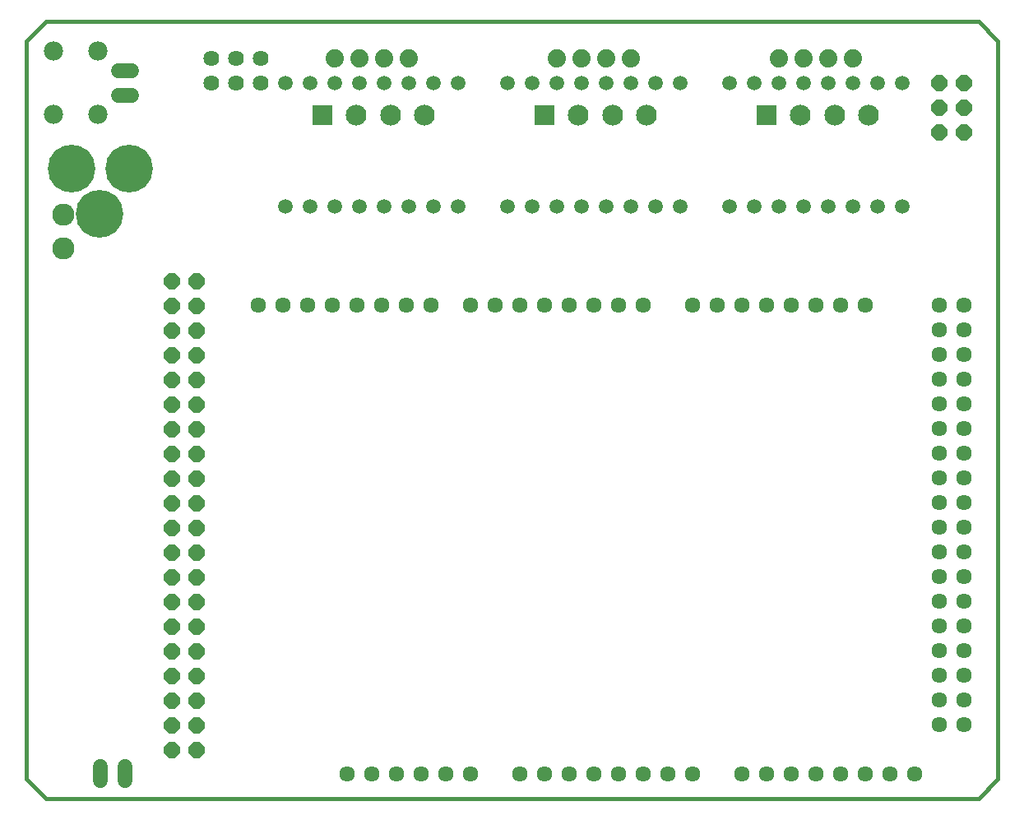
<source format=gbs>
G75*
%MOIN*%
%OFA0B0*%
%FSLAX24Y24*%
%IPPOS*%
%LPD*%
%AMOC8*
5,1,8,0,0,1.08239X$1,22.5*
%
%ADD10C,0.0160*%
%ADD11C,0.0634*%
%ADD12C,0.0740*%
%ADD13C,0.0594*%
%ADD14C,0.0640*%
%ADD15C,0.1930*%
%ADD16C,0.0600*%
%ADD17R,0.0840X0.0840*%
%ADD18C,0.0840*%
%ADD19C,0.0900*%
%ADD20C,0.0780*%
%ADD21OC8,0.0640*%
D10*
X002145Y001680D02*
X039940Y001680D01*
X040727Y002467D01*
X040727Y032389D01*
X039940Y033176D01*
X002145Y033176D01*
X001357Y032389D01*
X001357Y002467D01*
X002145Y001680D01*
D11*
X014357Y002680D03*
X015357Y002680D03*
X016357Y002680D03*
X017357Y002680D03*
X018357Y002680D03*
X019357Y002680D03*
X021357Y002680D03*
X022357Y002680D03*
X023357Y002680D03*
X024357Y002680D03*
X025357Y002680D03*
X026357Y002680D03*
X027357Y002680D03*
X028357Y002680D03*
X030357Y002680D03*
X031357Y002680D03*
X032357Y002680D03*
X033357Y002680D03*
X034357Y002680D03*
X035357Y002680D03*
X036357Y002680D03*
X037357Y002680D03*
X038357Y004680D03*
X039357Y004680D03*
X039357Y005680D03*
X038357Y005680D03*
X038357Y006680D03*
X039357Y006680D03*
X039357Y007680D03*
X038357Y007680D03*
X038357Y008680D03*
X039357Y008680D03*
X039357Y009680D03*
X038357Y009680D03*
X038357Y010680D03*
X038357Y011680D03*
X039357Y011680D03*
X039357Y010680D03*
X039357Y012680D03*
X038357Y012680D03*
X038357Y013680D03*
X039357Y013680D03*
X039357Y014680D03*
X038357Y014680D03*
X038357Y015680D03*
X039357Y015680D03*
X039357Y016680D03*
X038357Y016680D03*
X038357Y017680D03*
X039357Y017680D03*
X039357Y018680D03*
X038357Y018680D03*
X038357Y019680D03*
X039357Y019680D03*
X039357Y020680D03*
X038357Y020680D03*
X038357Y021680D03*
X039357Y021680D03*
X035357Y021680D03*
X034357Y021680D03*
X033357Y021680D03*
X032357Y021680D03*
X031357Y021680D03*
X030357Y021680D03*
X029357Y021680D03*
X028357Y021680D03*
X026357Y021680D03*
X025357Y021680D03*
X024357Y021680D03*
X023357Y021680D03*
X022357Y021680D03*
X021357Y021680D03*
X020357Y021680D03*
X019357Y021680D03*
X017757Y021680D03*
X016757Y021680D03*
X015757Y021680D03*
X014757Y021680D03*
X013757Y021680D03*
X012757Y021680D03*
X011757Y021680D03*
X010757Y021680D03*
D12*
X013857Y031680D03*
X014857Y031680D03*
X015857Y031680D03*
X016857Y031680D03*
X022857Y031680D03*
X023857Y031680D03*
X024857Y031680D03*
X025857Y031680D03*
X031857Y031680D03*
X032857Y031680D03*
X033857Y031680D03*
X034857Y031680D03*
D13*
X034857Y030680D03*
X033857Y030680D03*
X032857Y030680D03*
X031857Y030680D03*
X030857Y030680D03*
X029857Y030680D03*
X027857Y030680D03*
X026857Y030680D03*
X025857Y030680D03*
X024857Y030680D03*
X023857Y030680D03*
X022857Y030680D03*
X021857Y030680D03*
X020857Y030680D03*
X018857Y030680D03*
X017857Y030680D03*
X016857Y030680D03*
X015857Y030680D03*
X014857Y030680D03*
X013857Y030680D03*
X012857Y030680D03*
X011857Y030680D03*
X011857Y025680D03*
X012857Y025680D03*
X013857Y025680D03*
X014857Y025680D03*
X015857Y025680D03*
X016857Y025680D03*
X017857Y025680D03*
X018857Y025680D03*
X020857Y025680D03*
X021857Y025680D03*
X022857Y025680D03*
X023857Y025680D03*
X024857Y025680D03*
X025857Y025680D03*
X026857Y025680D03*
X027857Y025680D03*
X029857Y025680D03*
X030857Y025680D03*
X031857Y025680D03*
X032857Y025680D03*
X033857Y025680D03*
X034857Y025680D03*
X035857Y025680D03*
X036857Y025680D03*
X036857Y030680D03*
X035857Y030680D03*
D14*
X010857Y030680D03*
X009857Y030680D03*
X008857Y030680D03*
X008857Y031680D03*
X009857Y031680D03*
X010857Y031680D03*
D15*
X005515Y027219D03*
X004334Y025369D03*
X003192Y027219D03*
D16*
X005077Y030180D02*
X005637Y030180D01*
X005637Y031180D02*
X005077Y031180D01*
X005357Y002960D02*
X005357Y002400D01*
X004357Y002400D02*
X004357Y002960D01*
D17*
X013357Y029380D03*
X022357Y029380D03*
X031357Y029380D03*
D18*
X032735Y029380D03*
X034113Y029380D03*
X035491Y029380D03*
X026491Y029380D03*
X025113Y029380D03*
X023735Y029380D03*
X017491Y029380D03*
X016113Y029380D03*
X014735Y029380D03*
D19*
X002857Y025349D03*
X002857Y023971D03*
D20*
X002467Y029400D03*
X004247Y029400D03*
X004247Y031960D03*
X002467Y031960D03*
D21*
X007243Y022637D03*
X008243Y022637D03*
X008243Y021637D03*
X007243Y021637D03*
X007243Y020637D03*
X008243Y020637D03*
X008243Y019637D03*
X007243Y019637D03*
X007243Y018637D03*
X008243Y018637D03*
X008243Y017637D03*
X007243Y017637D03*
X007243Y016637D03*
X008243Y016637D03*
X008243Y015637D03*
X007243Y015637D03*
X007243Y014637D03*
X008243Y014637D03*
X008243Y013637D03*
X007243Y013637D03*
X007243Y012637D03*
X008243Y012637D03*
X008243Y011637D03*
X007243Y011637D03*
X007243Y010637D03*
X008243Y010637D03*
X008243Y009637D03*
X007243Y009637D03*
X007243Y008637D03*
X008243Y008637D03*
X008243Y007637D03*
X007243Y007637D03*
X007243Y006637D03*
X008243Y006637D03*
X008243Y005637D03*
X007243Y005637D03*
X007243Y004637D03*
X008243Y004637D03*
X008243Y003637D03*
X007243Y003637D03*
X038357Y028680D03*
X039357Y028680D03*
X039357Y029680D03*
X038357Y029680D03*
X038357Y030680D03*
X039357Y030680D03*
M02*

</source>
